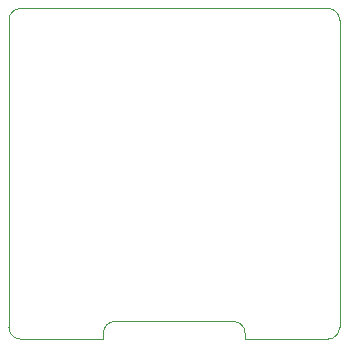
<source format=gbr>
%TF.GenerationSoftware,KiCad,Pcbnew,(5.1.6)-1*%
%TF.CreationDate,2021-01-25T15:06:37+00:00*%
%TF.ProjectId,OpenPnPVis,4f70656e-506e-4505-9669-732e6b696361,003*%
%TF.SameCoordinates,Original*%
%TF.FileFunction,Profile,NP*%
%FSLAX46Y46*%
G04 Gerber Fmt 4.6, Leading zero omitted, Abs format (unit mm)*
G04 Created by KiCad (PCBNEW (5.1.6)-1) date 2021-01-25 15:06:37*
%MOMM*%
%LPD*%
G01*
G04 APERTURE LIST*
%TA.AperFunction,Profile*%
%ADD10C,0.050000*%
%TD*%
%TA.AperFunction,Profile*%
%ADD11C,0.100000*%
%TD*%
G04 APERTURE END LIST*
D10*
X94000000Y-113300000D02*
G75*
G02*
X95000000Y-114300000I0J-1000000D01*
G01*
X83000000Y-114300000D02*
G75*
G02*
X84000000Y-113300000I1000000J0D01*
G01*
X83000000Y-114800000D02*
X76000000Y-114800000D01*
X95000000Y-114300000D02*
X95000000Y-114800000D01*
X84000000Y-113300000D02*
X94000000Y-113300000D01*
X83000000Y-114800000D02*
X83000000Y-114300000D01*
X76000000Y-114800000D02*
G75*
G02*
X75000000Y-113800000I0J1000000D01*
G01*
X75000000Y-87800000D02*
G75*
G02*
X76000000Y-86800000I1000000J0D01*
G01*
X102000000Y-86800000D02*
G75*
G02*
X103000000Y-87800000I0J-1000000D01*
G01*
D11*
X103000000Y-113800000D02*
G75*
G02*
X102000000Y-114800000I-1000000J0D01*
G01*
X103000000Y-87800000D02*
X103000000Y-113800000D01*
X76000000Y-86800000D02*
X102000000Y-86800000D01*
X75000000Y-113800000D02*
X75000000Y-87800000D01*
X102000000Y-114800000D02*
X95000000Y-114800000D01*
M02*

</source>
